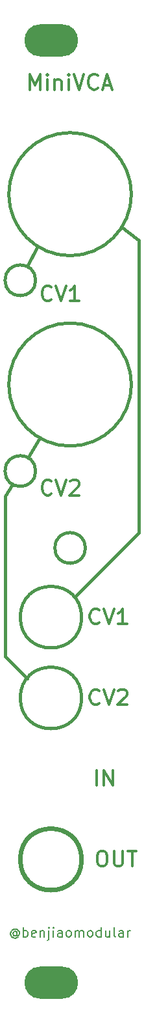
<source format=gbr>
%TF.GenerationSoftware,KiCad,Pcbnew,5.1.9+dfsg1-1~bpo10+1*%
%TF.CreationDate,2022-05-13T01:17:35+08:00*%
%TF.ProjectId,MiniVCA 1.2 - Front,4d696e69-5643-4412-9031-2e32202d2046,rev?*%
%TF.SameCoordinates,Original*%
%TF.FileFunction,Soldermask,Top*%
%TF.FilePolarity,Negative*%
%FSLAX46Y46*%
G04 Gerber Fmt 4.6, Leading zero omitted, Abs format (unit mm)*
G04 Created by KiCad (PCBNEW 5.1.9+dfsg1-1~bpo10+1) date 2022-05-13 01:17:35*
%MOMM*%
%LPD*%
G01*
G04 APERTURE LIST*
%ADD10C,0.400000*%
%ADD11C,0.600000*%
%ADD12C,0.300000*%
%ADD13C,0.350000*%
%ADD14C,0.150000*%
%ADD15O,7.000000X4.200000*%
G04 APERTURE END LIST*
D10*
X69000000Y-107000000D02*
X60600000Y-115400000D01*
X69000000Y-87300000D02*
X69000000Y-107000000D01*
X69000000Y-69000000D02*
X66800000Y-67300000D01*
X69000000Y-87300000D02*
X69000000Y-69000000D01*
X51500000Y-102250000D02*
X52500000Y-100750000D01*
X51500000Y-123100000D02*
X51500000Y-102250000D01*
X54400000Y-126000000D02*
X51500000Y-123100000D01*
D11*
X61500000Y-149500000D02*
G75*
G03*
X61500000Y-149500000I-4000000J0D01*
G01*
D10*
X61500000Y-128500000D02*
G75*
G03*
X61500000Y-128500000I-4000000J0D01*
G01*
X61500000Y-118000000D02*
G75*
G03*
X61500000Y-118000000I-4000000J0D01*
G01*
X62000000Y-109000000D02*
G75*
G03*
X62000000Y-109000000I-2000000J0D01*
G01*
X54450000Y-72400000D02*
X55800000Y-69800000D01*
X54500000Y-97250000D02*
X56000000Y-94750000D01*
X68000000Y-87750000D02*
G75*
G03*
X68000000Y-87750000I-8000000J0D01*
G01*
X68000000Y-63000000D02*
G75*
G03*
X68000000Y-63000000I-8000000J0D01*
G01*
X55500000Y-74200000D02*
G75*
G03*
X55500000Y-74200000I-2000000J0D01*
G01*
X55500000Y-99000000D02*
G75*
G03*
X55500000Y-99000000I-2000000J0D01*
G01*
D12*
X57559523Y-101964285D02*
X57464285Y-102059523D01*
X57178571Y-102154761D01*
X56988095Y-102154761D01*
X56702380Y-102059523D01*
X56511904Y-101869047D01*
X56416666Y-101678571D01*
X56321428Y-101297619D01*
X56321428Y-101011904D01*
X56416666Y-100630952D01*
X56511904Y-100440476D01*
X56702380Y-100250000D01*
X56988095Y-100154761D01*
X57178571Y-100154761D01*
X57464285Y-100250000D01*
X57559523Y-100345238D01*
X58130952Y-100154761D02*
X58797619Y-102154761D01*
X59464285Y-100154761D01*
X60035714Y-100345238D02*
X60130952Y-100250000D01*
X60321428Y-100154761D01*
X60797619Y-100154761D01*
X60988095Y-100250000D01*
X61083333Y-100345238D01*
X61178571Y-100535714D01*
X61178571Y-100726190D01*
X61083333Y-101011904D01*
X59940476Y-102154761D01*
X61178571Y-102154761D01*
X57559523Y-76714285D02*
X57464285Y-76809523D01*
X57178571Y-76904761D01*
X56988095Y-76904761D01*
X56702380Y-76809523D01*
X56511904Y-76619047D01*
X56416666Y-76428571D01*
X56321428Y-76047619D01*
X56321428Y-75761904D01*
X56416666Y-75380952D01*
X56511904Y-75190476D01*
X56702380Y-75000000D01*
X56988095Y-74904761D01*
X57178571Y-74904761D01*
X57464285Y-75000000D01*
X57559523Y-75095238D01*
X58130952Y-74904761D02*
X58797619Y-76904761D01*
X59464285Y-74904761D01*
X61178571Y-76904761D02*
X60035714Y-76904761D01*
X60607142Y-76904761D02*
X60607142Y-74904761D01*
X60416666Y-75190476D01*
X60226190Y-75380952D01*
X60035714Y-75476190D01*
X64000000Y-148404761D02*
X64380952Y-148404761D01*
X64571428Y-148500000D01*
X64761904Y-148690476D01*
X64857142Y-149071428D01*
X64857142Y-149738095D01*
X64761904Y-150119047D01*
X64571428Y-150309523D01*
X64380952Y-150404761D01*
X64000000Y-150404761D01*
X63809523Y-150309523D01*
X63619047Y-150119047D01*
X63523809Y-149738095D01*
X63523809Y-149071428D01*
X63619047Y-148690476D01*
X63809523Y-148500000D01*
X64000000Y-148404761D01*
X65714285Y-148404761D02*
X65714285Y-150023809D01*
X65809523Y-150214285D01*
X65904761Y-150309523D01*
X66095238Y-150404761D01*
X66476190Y-150404761D01*
X66666666Y-150309523D01*
X66761904Y-150214285D01*
X66857142Y-150023809D01*
X66857142Y-148404761D01*
X67523809Y-148404761D02*
X68666666Y-148404761D01*
X68095238Y-150404761D02*
X68095238Y-148404761D01*
X63452380Y-139904761D02*
X63452380Y-137904761D01*
X64404761Y-139904761D02*
X64404761Y-137904761D01*
X65547619Y-139904761D01*
X65547619Y-137904761D01*
X63809523Y-129214285D02*
X63714285Y-129309523D01*
X63428571Y-129404761D01*
X63238095Y-129404761D01*
X62952380Y-129309523D01*
X62761904Y-129119047D01*
X62666666Y-128928571D01*
X62571428Y-128547619D01*
X62571428Y-128261904D01*
X62666666Y-127880952D01*
X62761904Y-127690476D01*
X62952380Y-127500000D01*
X63238095Y-127404761D01*
X63428571Y-127404761D01*
X63714285Y-127500000D01*
X63809523Y-127595238D01*
X64380952Y-127404761D02*
X65047619Y-129404761D01*
X65714285Y-127404761D01*
X66285714Y-127595238D02*
X66380952Y-127500000D01*
X66571428Y-127404761D01*
X67047619Y-127404761D01*
X67238095Y-127500000D01*
X67333333Y-127595238D01*
X67428571Y-127785714D01*
X67428571Y-127976190D01*
X67333333Y-128261904D01*
X66190476Y-129404761D01*
X67428571Y-129404761D01*
X63809523Y-118714285D02*
X63714285Y-118809523D01*
X63428571Y-118904761D01*
X63238095Y-118904761D01*
X62952380Y-118809523D01*
X62761904Y-118619047D01*
X62666666Y-118428571D01*
X62571428Y-118047619D01*
X62571428Y-117761904D01*
X62666666Y-117380952D01*
X62761904Y-117190476D01*
X62952380Y-117000000D01*
X63238095Y-116904761D01*
X63428571Y-116904761D01*
X63714285Y-117000000D01*
X63809523Y-117095238D01*
X64380952Y-116904761D02*
X65047619Y-118904761D01*
X65714285Y-116904761D01*
X67428571Y-118904761D02*
X66285714Y-118904761D01*
X66857142Y-118904761D02*
X66857142Y-116904761D01*
X66666666Y-117190476D01*
X66476190Y-117380952D01*
X66285714Y-117476190D01*
D13*
X54761904Y-49404761D02*
X54761904Y-47404761D01*
X55428571Y-48833333D01*
X56095238Y-47404761D01*
X56095238Y-49404761D01*
X57047619Y-49404761D02*
X57047619Y-48071428D01*
X57047619Y-47404761D02*
X56952380Y-47500000D01*
X57047619Y-47595238D01*
X57142857Y-47500000D01*
X57047619Y-47404761D01*
X57047619Y-47595238D01*
X58000000Y-48071428D02*
X58000000Y-49404761D01*
X58000000Y-48261904D02*
X58095238Y-48166666D01*
X58285714Y-48071428D01*
X58571428Y-48071428D01*
X58761904Y-48166666D01*
X58857142Y-48357142D01*
X58857142Y-49404761D01*
X59809523Y-49404761D02*
X59809523Y-48071428D01*
X59809523Y-47404761D02*
X59714285Y-47500000D01*
X59809523Y-47595238D01*
X59904761Y-47500000D01*
X59809523Y-47404761D01*
X59809523Y-47595238D01*
X60476190Y-47404761D02*
X61142857Y-49404761D01*
X61809523Y-47404761D01*
X63619047Y-49214285D02*
X63523809Y-49309523D01*
X63238095Y-49404761D01*
X63047619Y-49404761D01*
X62761904Y-49309523D01*
X62571428Y-49119047D01*
X62476190Y-48928571D01*
X62380952Y-48547619D01*
X62380952Y-48261904D01*
X62476190Y-47880952D01*
X62571428Y-47690476D01*
X62761904Y-47500000D01*
X63047619Y-47404761D01*
X63238095Y-47404761D01*
X63523809Y-47500000D01*
X63619047Y-47595238D01*
X64380952Y-48833333D02*
X65333333Y-48833333D01*
X64190476Y-49404761D02*
X64857142Y-47404761D01*
X65523809Y-49404761D01*
D14*
X53065476Y-158970238D02*
X53005952Y-158910714D01*
X52886904Y-158851190D01*
X52767857Y-158851190D01*
X52648809Y-158910714D01*
X52589285Y-158970238D01*
X52529761Y-159089285D01*
X52529761Y-159208333D01*
X52589285Y-159327380D01*
X52648809Y-159386904D01*
X52767857Y-159446428D01*
X52886904Y-159446428D01*
X53005952Y-159386904D01*
X53065476Y-159327380D01*
X53065476Y-158851190D02*
X53065476Y-159327380D01*
X53125000Y-159386904D01*
X53184523Y-159386904D01*
X53303571Y-159327380D01*
X53363095Y-159208333D01*
X53363095Y-158910714D01*
X53244047Y-158732142D01*
X53065476Y-158613095D01*
X52827380Y-158553571D01*
X52589285Y-158613095D01*
X52410714Y-158732142D01*
X52291666Y-158910714D01*
X52232142Y-159148809D01*
X52291666Y-159386904D01*
X52410714Y-159565476D01*
X52589285Y-159684523D01*
X52827380Y-159744047D01*
X53065476Y-159684523D01*
X53244047Y-159565476D01*
X53898809Y-159565476D02*
X53898809Y-158315476D01*
X53898809Y-158791666D02*
X54017857Y-158732142D01*
X54255952Y-158732142D01*
X54375000Y-158791666D01*
X54434523Y-158851190D01*
X54494047Y-158970238D01*
X54494047Y-159327380D01*
X54434523Y-159446428D01*
X54375000Y-159505952D01*
X54255952Y-159565476D01*
X54017857Y-159565476D01*
X53898809Y-159505952D01*
X55505952Y-159505952D02*
X55386904Y-159565476D01*
X55148809Y-159565476D01*
X55029761Y-159505952D01*
X54970238Y-159386904D01*
X54970238Y-158910714D01*
X55029761Y-158791666D01*
X55148809Y-158732142D01*
X55386904Y-158732142D01*
X55505952Y-158791666D01*
X55565476Y-158910714D01*
X55565476Y-159029761D01*
X54970238Y-159148809D01*
X56101190Y-158732142D02*
X56101190Y-159565476D01*
X56101190Y-158851190D02*
X56160714Y-158791666D01*
X56279761Y-158732142D01*
X56458333Y-158732142D01*
X56577380Y-158791666D01*
X56636904Y-158910714D01*
X56636904Y-159565476D01*
X57232142Y-158732142D02*
X57232142Y-159803571D01*
X57172619Y-159922619D01*
X57053571Y-159982142D01*
X56994047Y-159982142D01*
X57232142Y-158315476D02*
X57172619Y-158375000D01*
X57232142Y-158434523D01*
X57291666Y-158375000D01*
X57232142Y-158315476D01*
X57232142Y-158434523D01*
X57827380Y-159565476D02*
X57827380Y-158732142D01*
X57827380Y-158315476D02*
X57767857Y-158375000D01*
X57827380Y-158434523D01*
X57886904Y-158375000D01*
X57827380Y-158315476D01*
X57827380Y-158434523D01*
X58958333Y-159565476D02*
X58958333Y-158910714D01*
X58898809Y-158791666D01*
X58779761Y-158732142D01*
X58541666Y-158732142D01*
X58422619Y-158791666D01*
X58958333Y-159505952D02*
X58839285Y-159565476D01*
X58541666Y-159565476D01*
X58422619Y-159505952D01*
X58363095Y-159386904D01*
X58363095Y-159267857D01*
X58422619Y-159148809D01*
X58541666Y-159089285D01*
X58839285Y-159089285D01*
X58958333Y-159029761D01*
X59732142Y-159565476D02*
X59613095Y-159505952D01*
X59553571Y-159446428D01*
X59494047Y-159327380D01*
X59494047Y-158970238D01*
X59553571Y-158851190D01*
X59613095Y-158791666D01*
X59732142Y-158732142D01*
X59910714Y-158732142D01*
X60029761Y-158791666D01*
X60089285Y-158851190D01*
X60148809Y-158970238D01*
X60148809Y-159327380D01*
X60089285Y-159446428D01*
X60029761Y-159505952D01*
X59910714Y-159565476D01*
X59732142Y-159565476D01*
X60684523Y-159565476D02*
X60684523Y-158732142D01*
X60684523Y-158851190D02*
X60744047Y-158791666D01*
X60863095Y-158732142D01*
X61041666Y-158732142D01*
X61160714Y-158791666D01*
X61220238Y-158910714D01*
X61220238Y-159565476D01*
X61220238Y-158910714D02*
X61279761Y-158791666D01*
X61398809Y-158732142D01*
X61577380Y-158732142D01*
X61696428Y-158791666D01*
X61755952Y-158910714D01*
X61755952Y-159565476D01*
X62529761Y-159565476D02*
X62410714Y-159505952D01*
X62351190Y-159446428D01*
X62291666Y-159327380D01*
X62291666Y-158970238D01*
X62351190Y-158851190D01*
X62410714Y-158791666D01*
X62529761Y-158732142D01*
X62708333Y-158732142D01*
X62827380Y-158791666D01*
X62886904Y-158851190D01*
X62946428Y-158970238D01*
X62946428Y-159327380D01*
X62886904Y-159446428D01*
X62827380Y-159505952D01*
X62708333Y-159565476D01*
X62529761Y-159565476D01*
X64017857Y-159565476D02*
X64017857Y-158315476D01*
X64017857Y-159505952D02*
X63898809Y-159565476D01*
X63660714Y-159565476D01*
X63541666Y-159505952D01*
X63482142Y-159446428D01*
X63422619Y-159327380D01*
X63422619Y-158970238D01*
X63482142Y-158851190D01*
X63541666Y-158791666D01*
X63660714Y-158732142D01*
X63898809Y-158732142D01*
X64017857Y-158791666D01*
X65148809Y-158732142D02*
X65148809Y-159565476D01*
X64613095Y-158732142D02*
X64613095Y-159386904D01*
X64672619Y-159505952D01*
X64791666Y-159565476D01*
X64970238Y-159565476D01*
X65089285Y-159505952D01*
X65148809Y-159446428D01*
X65922619Y-159565476D02*
X65803571Y-159505952D01*
X65744047Y-159386904D01*
X65744047Y-158315476D01*
X66934523Y-159565476D02*
X66934523Y-158910714D01*
X66875000Y-158791666D01*
X66755952Y-158732142D01*
X66517857Y-158732142D01*
X66398809Y-158791666D01*
X66934523Y-159505952D02*
X66815476Y-159565476D01*
X66517857Y-159565476D01*
X66398809Y-159505952D01*
X66339285Y-159386904D01*
X66339285Y-159267857D01*
X66398809Y-159148809D01*
X66517857Y-159089285D01*
X66815476Y-159089285D01*
X66934523Y-159029761D01*
X67529761Y-159565476D02*
X67529761Y-158732142D01*
X67529761Y-158970238D02*
X67589285Y-158851190D01*
X67648809Y-158791666D01*
X67767857Y-158732142D01*
X67886904Y-158732142D01*
D15*
%TO.C,REF\u002A\u002A*%
X57500000Y-165500000D03*
X57500000Y-43000000D03*
%TD*%
M02*

</source>
